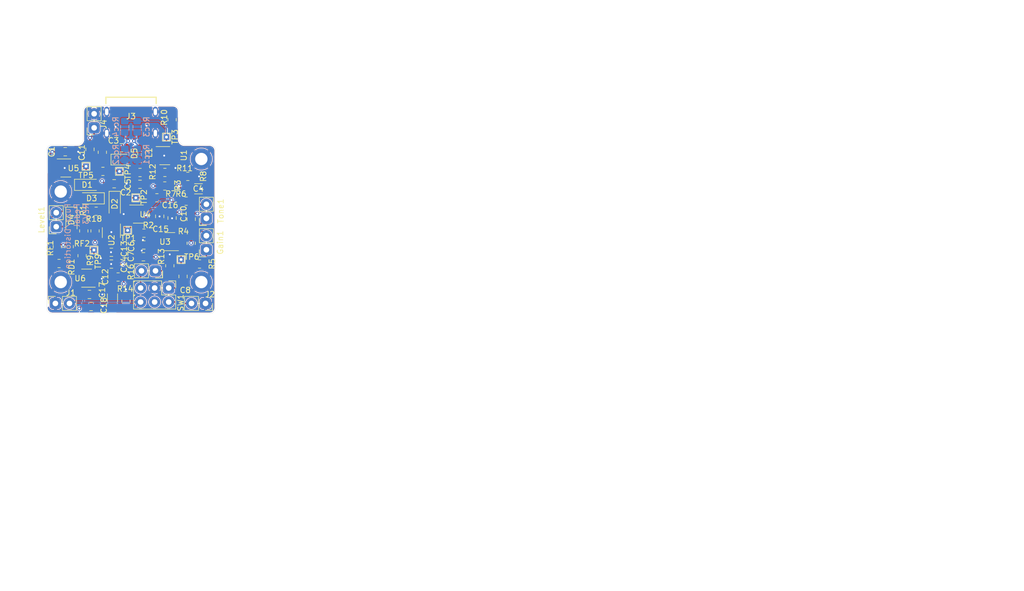
<source format=kicad_pcb>
(kicad_pcb (version 20211014) (generator pcbnew)
  (title_block (title "Distortion Pedal"))
  (layers (0 "F.Cu" signal "Front") (1 "In1.Cu" signal) (2 "In2.Cu" signal) (31 "B.Cu" signal "Back") (34 "B.Paste" user) (35 "F.Paste" user) (36 "B.SilkS" user "B.Silkscreen") (37 "F.SilkS" user "F.Silkscreen") (38 "B.Mask" user) (39 "F.Mask" user) (44 "Edge.Cuts" user))
  (net 0 "")
  (net 1 "GND")
  (net 2 "Net-(C8-Pad1)")
  (net 3 "+9V")
  (net 4 "+8V")
  (net 5 "Net-(C5-Pad1)")
  (net 6 "Net-(D1-Pad2)")
  (net 7 "effect_out")
  (net 8 "gain_out")
  (net 9 "audio_in")
  (net 10 "+5V")
  (net 11 "Net-(C5-Pad2)")
  (net 12 "effect_in")
  (net 13 "Net-(D5-Pad2)")
  (net 14 "Net-(C12-Pad2)")
  (net 15 "Net-(R6-Pad1)")
  (net 16 "Net-(J3-PadA5)")
  (net 17 "Net-(J3-PadB5)")
  (net 18 "Net-(D6-Pad1)")
  (net 19 "Net-(Gain1-Pad1)")
  (net 20 "Net-(Gain1-Pad2)")
  (net 21 "Net-(R6-Pad2)")
  (net 22 "Net-(R10-Pad2)")
  (net 24 "Net-(C10-Pad1)")
  (net 25 "Net-(D3-Pad2)")
  (net 26 "+4V")
  (net 27 "Net-(R4-Pad1)")
  (net 28 "Net-(JP2-Pad1)")
  (net 29 "Net-(Level1-Pad1)")
  (net 30 "Net-(D1-Pad1)")
  (net 31 "Net-(D2-Pad2)")
  (net 32 "Net-(JPF1-Pad1)")
  (net 33 "Net-(JPF1-Pad2)")
  (net 34 "Net-(J2-Pad2)")
  (net 35 "Net-(D6-Pad2)")
  (footprint "Resistor_SMD:R_0805_2012Metric_Pad1.20x1.40mm_HandSolder" (layer "F.Cu") (at 66.5 54.3 180)
    (fp_text reference "R3")
    (fp_text value "10k")
  )
  (footprint "Package_TO_SOT_SMD:SOT-23-5_HandSoldering" (layer "F.Cu") (at 67.4 64.2 180)
    (fp_text reference "U3")
    (fp_text value "TL081H")
  )
  (footprint "effect_pedal:barrel_jack_wired" (layer "F.Cu") (at 53.94 42.7 90)
    (fp_text reference "J4")
    (fp_text value "Barrel_Jack")
  )
  (footprint "Resistor_SMD:R_0805_2012Metric_Pad1.20x1.40mm_HandSolder" (layer "F.Cu") (at 54.1 62.3 -90)
    (fp_text reference "R18")
    (fp_text value "R")
  )
  (footprint "Diode_SMD:D_SOD-123" (layer "F.Cu") (at 52.7 54.1)
    (fp_text reference "D1")
    (fp_text value "1N4148")
  )
  (footprint "effect_pedal:led_wired_1_pin" (layer "F.Cu") (at 64.85 69.4 180)
    (fp_text reference "D6" hide)
    (fp_text value "LED")
  )
  (footprint "Capacitor_SMD:C_0805_2012Metric_Pad1.18x1.45mm_HandSolder" (layer "F.Cu") (at 53.4 75.7424)
    (fp_text reference "C18")
    (fp_text value "10uF")
  )
  (footprint "effect_pedal:potentiometer_wired_23_connected" (layer "F.Cu") (at 47.2 60.3 90)
    (fp_text reference "Level1")
    (fp_text value "R")
  )
  (footprint "effect_pedal:potentiometer_wired_23_connected" (layer "F.Cu") (at 73.9 64.4 90)
    (fp_text reference "Gain1")
    (fp_text value "10k")
  )
  (footprint "Resistor_SMD:R_0805_2012Metric_Pad1.20x1.40mm_HandSolder" (layer "F.Cu") (at 67.8 42.5 -90)
    (fp_text reference "R10")
    (fp_text value "100k")
  )
  (footprint "Package_TO_SOT_SMD:SOT-23-5_HandSoldering" (layer "F.Cu") (at 61.8 59.3)
    (fp_text reference "U4")
    (fp_text value "TL081H")
  )
  (footprint "Resistor_SMD:R_0805_2012Metric_Pad1.20x1.40mm_HandSolder" (layer "F.Cu") (at 47.4 65.1 90)
    (fp_text reference "RF1")
    (fp_text value "R")
  )
  (footprint "Diode_SMD:D_SOD-123" (layer "F.Cu") (at 57.6 57.5 -90)
    (fp_text reference "D2")
    (fp_text value "1N4148")
  )
  (footprint "Capacitor_SMD:C_0805_2012Metric_Pad1.18x1.45mm_HandSolder" (layer "F.Cu") (at 62.1 54 180)
    (fp_text reference "C5")
    (fp_text value "330pF")
  )
  (footprint "TestPoint:TestPoint_THTPad_1.0x1.0mm_Drill0.5mm" (layer "F.Cu") (at 66.8 45.6)
    (fp_text reference "TP3")
    (fp_text value "TestPoint")
  )
  (footprint "Resistor_SMD:R_0805_2012Metric_Pad1.20x1.40mm_HandSolder" (layer "F.Cu") (at 72.68 68.18)
    (fp_text reference "R5")
    (fp_text value "R")
  )
  (footprint "TestPoint:TestPoint_THTPad_1.0x1.0mm_Drill0.5mm" (layer "F.Cu") (at 61.35 56.4)
    (fp_text reference "TP2")
    (fp_text value "TestPoint")
  )
  (footprint "Capacitor_SMD:C_0805_2012Metric_Pad1.18x1.45mm_HandSolder" (layer "F.Cu") (at 71.2 60.2 90)
    (fp_text reference "C10")
    (fp_text value "10uF")
  )
  (footprint "MountingHole:MountingHole_2.2mm_M2_DIN965_Pad_TopBottom" (layer "F.Cu") (at 48 55.3)
    (fp_text reference "H1" hide)
    (fp_text value "MountingHole_Pad" hide)
  )
  (footprint "effect_pedal:GCT_USB4125-GF-A-0190_REVA2" (layer "F.Cu") (at 60.5 41.9 180)
    (fp_text reference "J3")
    (fp_text value "USB4125-GF-A-0190")
  )
  (footprint "TestPoint:TestPoint_THTPad_1.0x1.0mm_Drill0.5mm" (layer "F.Cu") (at 52.5 50.8)
    (fp_text reference "TP5")
    (fp_text value "TestPoint")
  )
  (footprint "Resistor_SMD:R_0805_2012Metric_Pad1.20x1.40mm_HandSolder" (layer "F.Cu") (at 52.1 62.3 90)
    (fp_text reference "JPF1" hide)
    (fp_text value "Jumper_2_Open")
  )
  (footprint "Package_TO_SOT_SMD:SOT-23-5_HandSoldering" (layer "F.Cu") (at 52.6 70.7 180)
    (fp_text reference "U6")
    (fp_text value "TL081H")
  )
  (footprint "Capacitor_SMD:C_0805_2012Metric_Pad1.18x1.45mm_HandSolder" (layer "F.Cu") (at 48.8 48.2)
    (fp_text reference "C1")
    (fp_text value "0.47uF")
  )
  (footprint "Resistor_SMD:R_0805_2012Metric_Pad1.20x1.40mm_HandSolder" (layer "F.Cu") (at 59.6 74.8 90)
    (fp_text reference "R14")
    (fp_text value "510k")
  )
  (footprint "Capacitor_SMD:C_0805_2012Metric_Pad1.18x1.45mm_HandSolder" (layer "F.Cu") (at 58.8 47.5 180)
    (fp_text reference "C3")
    (fp_text value "2.2uF")
  )
  (footprint "Resistor_SMD:R_0805_2012Metric_Pad1.20x1.40mm_HandSolder" (layer "F.Cu") (at 67.4 68.5 90)
    (fp_text reference "R13")
    (fp_text value "300")
  )
  (footprint "Resistor_SMD:R_0805_2012Metric_Pad1.20x1.40mm_HandSolder" (layer "F.Cu") (at 62.8 62.7 180)
    (fp_text reference "R2")
    (fp_text value "R")
  )
  (footprint "Capacitor_SMD:C_0805_2012Metric_Pad1.18x1.45mm_HandSolder" (layer "F.Cu") (at 57.5 53.9)
    (fp_text reference "C2")
    (fp_text value "0.47uF")
  )
  (footprint "effect_pedal:potentiometer_wired_12_connected" (layer "F.Cu") (at 73.9 58.8 90)
    (fp_text reference "Tone1")
    (fp_text value "R")
  )
  (footprint "Capacitor_SMD:C_0805_2012Metric_Pad1.18x1.45mm_HandSolder" (layer "F.Cu") (at 69.75 70.4 -90)
    (fp_text reference "C8")
    (fp_text value "C")
  )
  (footprint "Resistor_SMD:R_0805_2012Metric_Pad1.20x1.40mm_HandSolder" (layer "F.Cu") (at 70.3 57 180)
    (fp_text reference "R6")
    (fp_text value "R")
  )
  (footprint "MountingHole:MountingHole_2.2mm_M2_DIN965_Pad_TopBottom" (layer "F.Cu") (at 48 71.4)
    (fp_text reference "H3" hide)
    (fp_text value "MountingHole_Pad" hide)
  )
  (footprint "Resistor_SMD:R_0805_2012Metric_Pad1.20x1.40mm_HandSolder" (layer "F.Cu") (at 71.2 64.5 90)
    (fp_text reference "R4")
    (fp_text value "R")
  )
  (footprint "Resistor_SMD:R_0805_2012Metric_Pad1.20x1.40mm_HandSolder" (layer "F.Cu") (at 55.5 51.7)
    (fp_text reference "JP2" hide)
    (fp_text value "Jumper_2_Open")
  )
  (footprint "Resistor_SMD:R_0805_2012Metric_Pad1.20x1.40mm_HandSolder" (layer "F.Cu") (at 49.5 65.1 -90)
    (fp_text reference "RF2")
    (fp_text value "R")
  )
  (footprint "TestPoint:TestPoint_THTPad_1.0x1.0mm_Drill0.5mm" (layer "F.Cu") (at 58.44 51.7)
    (fp_text reference "TP4")
    (fp_text value "TestPoint")
  )
  (footprint "TestPoint:TestPoint_THTPad_1.0x1.0mm_Drill0.5mm" (layer "F.Cu") (at 69.4 67.4)
    (fp_text reference "TP6")
    (fp_text value "TestPoint")
  )
  (footprint "Resistor_SMD:R_0805_2012Metric_Pad1.20x1.40mm_HandSolder" (layer "F.Cu") (at 55.4 48.3 90)
    (fp_text reference "JP1" hide)
    (fp_text value "Jumper_2_Open")
  )
  (footprint "Resistor_SMD:R_0805_2012Metric_Pad1.20x1.40mm_HandSolder" (layer "F.Cu") (at 62.1 51.9 180)
    (fp_text reference "R12")
    (fp_text value "82k")
  )
  (footprint "Diode_SMD:D_0805_2012Metric_Pad1.15x1.40mm_HandSolder" (layer "F.Cu") (at 58.8 49.6)
    (fp_text reference "D5")
    (fp_text value "SD0805S020S1R0")
  )
  (footprint "Resistor_SMD:R_0805_2012Metric_Pad1.20x1.40mm_HandSolder" (layer "F.Cu") (at 70.6 52.6 180)
    (fp_text reference "R8")
    (fp_text value "10k")
  )
  (footprint "Capacitor_SMD:C_0805_2012Metric_Pad1.18x1.45mm_HandSolder" (layer "F.Cu") (at 62.76 64.8 180)
    (fp_text reference "C6")
    (fp_text value "100nF")
  )
  (footprint "TestPoint:TestPoint_THTPad_1.0x1.0mm_Drill0.5mm" (layer "F.Cu") (at 59.9 62.2)
    (fp_text reference "TP1")
    (fp_text value "TestPoint")
  )
  (footprint "Capacitor_SMD:C_0805_2012Metric_Pad1.18x1.45mm_HandSolder" (layer "F.Cu") (at 53.2 47.78 -90)
    (fp_text reference "C11")
    (fp_text value "4.7uF")
  )
  (footprint "Capacitor_SMD:C_0805_2012Metric_Pad1.18x1.45mm_HandSolder" (layer "F.Cu") (at 67.8 60 -90)
    (fp_text reference "C16")
    (fp_text value "10uF")
  )
  (footprint "Diode_SMD:D_SOD-123" (layer "F.Cu") (at 53.5 56.5 180)
    (fp_text reference "D3")
    (fp_text value "1N4148")
  )
  (footprint "Capacitor_SMD:C_0805_2012Metric_Pad1.18x1.45mm_HandSolder" (layer "F.Cu") (at 62.7 66.9 180)
    (fp_text reference "C7")
    (fp_text value "10uF")
  )
  (footprint "Resistor_SMD:R_0805_2012Metric_Pad1.20x1.40mm_HandSolder" (layer "F.Cu") (at 47.7 68.1 180)
    (fp_text reference "RD1")
    (fp_text value "R")
  )
  (footprint "Capacitor_SMD:C_1206_3216Metric_Pad1.33x1.80mm_HandSolder" (layer "F.Cu") (at 72.5 54.8)
    (fp_text reference "C4")
    (fp_text value "33uF")
  )
  (footprint "Package_TO_SOT_SMD:SOT-23-5_HandSoldering" (layer "F.Cu") (at 57 62.6 -90)
    (fp_text reference "U2")
    (fp_text value "TL081H")
  )
  (footprint "effect_pedal:audio_jack_wired" (layer "F.Cu") (at 72.5 75.2 180)
    (fp_text reference "J2")
    (fp_text value "AudioJack2_Ground")
  )
  (footprint "Resistor_SMD:R_0805_2012Metric_Pad1.20x1.40mm_HandSolder" (layer "F.Cu") (at 66.52 51.89)
    (fp_text reference "R11")
    (fp_text value "13k")
  )
  (footprint "Inductor_SMD:L_0805_2012Metric_Pad1.15x1.40mm_HandSolder" (layer "F.Cu") (at 62.4 48.5 -90)
    (fp_text reference "L1")
    (fp_text value "10uH")
  )
  (footprint "Capacitor_SMD:C_0805_2012Metric_Pad1.18x1.45mm_HandSolder" (layer "F.Cu") (at 57 66.1 180)
    (fp_text reference "C13")
    (fp_text value "100nF")
  )
  (footprint "Resistor_SMD:R_0805_2012Metric_Pad1.20x1.40mm_HandSolder" (layer "F.Cu") (at 51.8 66.71 90)
    (fp_text reference "R9")
    (fp_text value "R")
  )
  (footprint "TestPoint:TestPoint_THTPad_1.0x1.0mm_Drill0.5mm" (layer "F.Cu") (at 53.9 65.7)
    (fp_text reference "TP9")
    (fp_text value "TestPoint")
  )
  (footprint "Capacitor_SMD:C_0805_2012Metric_Pad1.18x1.45mm_HandSolder" (layer "F.Cu") (at 65.6 59.7 -90)
    (fp_text reference "C15")
    (fp_text value "100nF")
  )
  (footprint "Package_TO_SOT_SMD:SOT-23-5_HandSoldering" (layer "F.Cu") (at 48.9 51.1)
    (fp_text reference "U5")
    (fp_text value "TLV767")
  )
  (footprint "Capacitor_SMD:C_0805_2012Metric_Pad1.18x1.45mm_HandSolder" (layer "F.Cu") (at 53.1 73.6)
    (fp_text reference "C17")
    (fp_text value "100nF")
  )
  (footprint "MountingHole:MountingHole_2.2mm_M2_DIN965_Pad_TopBottom" (layer "F.Cu") (at 73 71.4)
    (fp_text reference "H4" hide)
    (fp_text value "MountingHole_Pad")
  )
  (footprint "effect_pedal:switch_wired" (layer "F.Cu") (at 64.7 73.7)
    (fp_text reference "SW1")
    (fp_text value "SW_DPDT_x2")
  )
  (footprint "Capacitor_SMD:C_1206_3216Metric_Pad1.33x1.80mm_HandSolder" (layer "F.Cu") (at 57.2 74.2 90)
    (fp_text reference "C12")
    (fp_text value "22uF")
  )
  (footprint "MountingHole:MountingHole_2.2mm_M2_DIN965_Pad_TopBottom" (layer "F.Cu") (at 73 49.5)
    (fp_text reference "H2" hide)
    (fp_text value "MountingHole_Pad" hide)
  )
  (footprint "effect_pedal:audio_jack_wired" (layer "F.Cu") (at 48.3 75.2)
    (fp_text reference "J1")
    (fp_text value "AudioJack2_Ground")
  )
  (footprint "Diode_SMD:D_SOD-123" (layer "F.Cu") (at 49.9 60.3 -90)
    (fp_text reference "D4")
    (fp_text value "1N4148")
  )
  (footprint "Resistor_SMD:R_0805_2012Metric_Pad1.20x1.40mm_HandSolder" (layer "F.Cu") (at 54.3 58.8)
    (fp_text reference "R1")
    (fp_text value "R")
  )
  (footprint "Package_TO_SOT_SMD:SOT-23-5_HandSoldering" (layer "F.Cu") (at 66.5 48.9)
    (fp_text reference "U1")
    (fp_text value "LMR62014XMF-NOPB")
  )
  (footprint "Resistor_SMD:R_0805_2012Metric_Pad1.20x1.40mm_HandSolder" (layer "F.Cu") (at 58.2 70.5)
    (fp_text reference "R16")
    (fp_text value "510k")
  )
  (footprint "Resistor_SMD:R_0805_2012Metric_Pad1.20x1.40mm_HandSolder" (layer "F.Cu") (at 65.1 56.4 180)
    (fp_text reference "R7")
    (fp_text value "R")
  )
  (footprint "Capacitor_SMD:C_0805_2012Metric_Pad1.18x1.45mm_HandSolder" (layer "F.Cu") (at 57 68.2 180)
    (fp_text reference "C14")
    (fp_text value "10uF")
  )
  (footprint "Resistor_SMD:R_0805_2012Metric_Pad1.20x1.40mm_HandSolder" (layer "B.Cu") (at 59.4 48.7 -90)
    (fp_text reference "Rcc2")
    (fp_text value "5.1k")
  )
  (footprint "Resistor_SMD:R_0805_2012Metric_Pad1.20x1.40mm_HandSolder" (layer "B.Cu") (at 61.58 43.76 -90)
    (fp_text reference "Rcc3")
    (fp_text value "5.1k")
  )
  (footprint "Resistor_SMD:R_0805_2012Metric_Pad1.20x1.40mm_HandSolder" (layer "B.Cu") (at 59.38 43.76 -90)
    (fp_text reference "Rcc4")
    (fp_text value "5.1k")
  )
  (footprint "Resistor_SMD:R_0805_2012Metric_Pad1.20x1.40mm_HandSolder" (layer "B.Cu") (at 61.6 48.7 -90)
    (fp_text reference "Rcc1")
    (fp_text value "5.1k")
  )
  (gr_line (start 69 41) (end 69 45.992893) (layer "Edge.Cuts") (width 0.0381))
  (gr_arc (start 46.5 77) (mid 45.792893 76.707107) (end 45.5 76) (layer "Edge.Cuts") (width 0.0381))
  (gr_line (start 74.492893 77) (end 46.5 77) (layer "Edge.Cuts") (width 0.0381))
  (gr_line (start 70 47) (end 74.5 47) (layer "Edge.Cuts") (width 0.0381))
  (gr_arc (start 70 47) (mid 69.292464 46.702518) (end 69 45.992893) (layer "Edge.Cuts") (width 0.0381))
  (gr_arc (start 68 40) (mid 68.707107 40.292893) (end 69 41) (layer "Edge.Cuts") (width 0.0381))
  (gr_arc (start 45.5 48) (mid 45.779941 47.279937) (end 46.5 47) (layer "Edge.Cuts") (width 0.0381))
  (gr_line (start 45.5 76) (end 45.5 48) (layer "Edge.Cuts") (width 0.0381))
  (gr_line (start 53 40) (end 68 40) (layer "Edge.Cuts") (width 0.0381))
  (gr_line (start 46.5 47) (end 51 47) (layer "Edge.Cuts") (width 0.0381))
  (gr_arc (start 74.5 47) (mid 75.207107 47.292893) (end 75.5 48) (layer "Edge.Cuts") (width 0.0381))
  (gr_line (start 75.5 76) (end 75.5 48) (layer "Edge.Cuts") (width 0.0381))
  (gr_arc (start 75.5 76) (mid 75.202525 76.707549) (end 74.492893 77) (layer "Edge.Cuts") (width 0.0381))
  (gr_arc (start 52 46) (mid 51.707107 46.707107) (end 51 47) (layer "Edge.Cuts") (width 0.0381))
  (gr_line (start 52 46) (end 52 41) (layer "Edge.Cuts") (width 0.0381))
  (gr_arc (start 52 41) (mid 52.292893 40.292893) (end 53 40) (layer "Edge.Cuts") (width 0.0381))
  (gr_text "Fuzz/Distortion \nPedal \nREV3" (at 50.87 57.33 -270) (layer "B.SilkS") (effects (font (size 1 1) (thickness 0.127)) (justify left mirror)))
  (via (at 62.61 63.91) (size 0.6858) (drill 0.3302) (layers "F.Cu" "B.Cu") (net 1))
  (via (at 73 54.8) (size 0.6858) (drill 0.3302) (layers "F.Cu" "B.Cu") (net 1))
  (via (at 56.94 66.09) (size 0.6858) (drill 0.3302) (layers "F.Cu" "B.Cu") (net 1))
  (via (at 59.7 53.9) (size 0.6858) (drill 0.3302) (layers "F.Cu" "B.Cu") (net 1))
  (via (at 67.38 66.48) (size 0.6858) (drill 0.3302) (layers "F.Cu" "B.Cu") (net 1))
  (via (at 55.4 73.6) (size 0.6858) (drill 0.3302) (layers "F.Cu" "B.Cu") (net 1))
  (via (at 68.4 51.1) (size 0.6858) (drill 0.3302) (layers "F.Cu" "B.Cu") (net 1))
  (via (at 52.05 48.8) (size 0.6858) (drill 0.3302) (layers "F.Cu" "B.Cu") (net 1))
  (via (at 72.6 52.6) (size 0.6858) (drill 0.3302) (layers "F.Cu" "B.Cu") (net 1))
  (via (at 59.19 59.3) (size 0.6858) (drill 0.3302) (layers "F.Cu" "B.Cu") (net 1))
  (via (at 55.13 67.16) (size 0.6858) (drill 0.3302) (layers "F.Cu" "B.Cu") (net 1))
  (via (at 66.4 48.9) (size 0.6858) (drill 0.3302) (layers "F.Cu" "B.Cu") (net 1))
  (via (at 51.1 48.2) (size 0.6858) (drill 0.3302) (layers "F.Cu" "B.Cu") (net 1))
  (via (at 57 62.51) (size 0.6858) (drill 0.3302) (layers "F.Cu" "B.Cu") (net 1))
  (via (at 62.4 65.8) (size 0.6858) (drill 0.3302) (layers "F.Cu" "B.Cu") (net 1))
  (via (at 56.97 68.19) (size 0.6858) (drill 0.3302) (layers "F.Cu" "B.Cu") (net 1))
  (via (at 63.28 43.59) (size 0.6858) (drill 0.3302) (layers "F.Cu" "B.Cu") (net 1))
  (via (at 59.6 72.7) (size 0.6858) (drill 0.3302) (layers "F.Cu" "B.Cu") (net 1))
  (via (at 67.8 60.05) (size 0.6858) (drill 0.3302) (layers "F.Cu" "B.Cu") (net 1))
  (via (at 65.57 59.72) (size 0.6858) (drill 0.3302) (layers "F.Cu" "B.Cu") (net 1))
  (via (at 48.7 51.1) (size 0.6858) (drill 0.3302) (layers "F.Cu" "B.Cu") (net 1))
  (via (at 55.3 70.8) (size 0.6858) (drill 0.3302) (layers "F.Cu" "B.Cu") (net 1))
  (via (at 55.5 75.7) (size 0.6858) (drill 0.3302) (layers "F.Cu" "B.Cu") (net 1))
  (via (at 57.75 43.75) (size 0.6858) (drill 0.3302) (layers "F.Cu" "B.Cu") (net 1))
  (segment (start 69.4 69) (end 69.4 68.65) (width 0.254) (layer "F.Cu") (net 2))
  (segment (start 69.4 69.0125) (end 69.75 69.3625) (width 0.254) (layer "F.Cu") (net 2))
  (segment (start 69.4 68.65) (end 69.85 68.2) (width 0.254) (layer "F.Cu") (net 2))
  (segment (start 69.75 69.35) (end 69.4 69) (width 0.254) (layer "F.Cu") (net 2))
  (segment (start 69.75 69.3625) (end 69.75 69.35) (width 0.254) (layer "F.Cu") (net 2))
  (segment (start 68.75 65.15) (end 68.75 65.7) (width 0.254) (layer "F.Cu") (net 2))
  (segment (start 69.4 67.4) (end 69.4 69.0125) (width 0.254) (layer "F.Cu") (net 2))
  (segment (start 68.75 65.7) (end 69.4 66.35) (width 0.254) (layer "F.Cu") (net 2))
  (segment (start 69.4 66.35) (end 69.4 67.4) (width 0.254) (layer "F.Cu") (net 2))
  (segment (start 69.85 68.2) (end 71.8 68.2) (width 0.254) (layer "F.Cu") (net 2))
  (segment (start 46.1 50.566) (end 46.1 48.63) (width 0.254) (layer "F.Cu") (net 3))
  (segment (start 46.516 50.15) (end 47.55 50.15) (width 0.254) (layer "F.Cu") (net 3))
  (segment (start 53.21 45.72) (end 53.2 45.73) (width 0.254) (layer "F.Cu") (net 3))
  (segment (start 46.1 48.63) (end 46.5 48.23) (width 0.254) (layer "F.Cu") (net 3))
  (segment (start 53.2 45.73) (end 53.2 46.7425) (width 0.254) (layer "F.Cu") (net 3))
  (segment (start 53.94 45.06) (end 53.94 43.95) (width 0.254) (layer "F.Cu") (net 3))
  (segment (start 53.2 46.7425) (end 54.0425 46.7425) (width 0.254) (layer "F.Cu") (net 3))
  (segment (start 46.5 48.23) (end 47.7325 48.23) (width 0.254) (layer "F.Cu") (net 3))
  (segment (start 53.28 45.72) (end 53.94 45.06) (width 0.254) (layer "F.Cu") (net 3))
  (segment (start 54.6 47.3) (end 55.4 47.3) (width 0.254) (layer "F.Cu") (net 3))
  (segment (start 47.55 52.05) (end 46.35 52.05) (width 0.254) (layer "F.Cu") (net 3))
  (segment (start 53.21 45.72) (end 53.28 45.72) (width 0.254) (layer "F.Cu") (net 3))
  (segment (start 54.0425 46.7425) (end 54.6 47.3) (width 0.254) (layer "F.Cu") (net 3))
  (segment (start 47.7325 48.23) (end 47.7625 48.2) (width 0.254) (layer "F.Cu") (net 3))
  (segment (start 46.1 50.566) (end 46.516 50.15) (width 0.254) (layer "F.Cu") (net 3))
  (segment (start 46.35 52.05) (end 46.1 51.8) (width 0.254) (layer "F.Cu") (net 3))
  (segment (start 46.1 51.8) (end 46.1 50.566) (width 0.254) (layer "F.Cu") (net 3))
  (via (at 53.21 45.72) (size 0.6858) (drill 0.3302) (layers "F.Cu" "B.Cu") (net 3))
  (via (at 46.5 48.23) (size 0.6858) (drill 0.3302) (layers "F.Cu" "B.Cu") (net 3))
  (segment (start 52.3625 75.7424) (end 51.6576 75.7424) (width 0.254) (layer "F.Cu") (net 4))
  (segment (start 56.5 51.7) (end 56.5 53.8625) (width 0.254) (layer "F.Cu") (net 4))
  (segment (start 51.25 71.65) (end 50.85 71.65) (width 0.254) (layer "F.Cu") (net 4))
  (segment (start 66.05 65.15) (end 64.0875 65.15) (width 0.254) (layer "F.Cu") (net 4))
  (segment (start 57.95 66.0125) (end 58.0375 66.1) (width 0.254) (layer "F.Cu") (net 4))
  (segment (start 63.7375 66.9) (end 64.9 66.9) (width 0.254) (layer "F.Cu") (net 4))
  (segment (start 51.6576 75.7424) (end 51.3 76.1) (width 0.254) (layer "F.Cu") (net 4))
  (segment (start 65.5 54.3) (end 64.45 54.3) (width 0.254) (layer "F.Cu") (net 4))
  (segment (start 69.0875 58.9625) (end 67.8 58.9625) (width 0.254) (layer "F.Cu") (net 4))
  (segment (start 58.0375 68.2) (end 59.05 68.2) (width 0.254) (layer "F.Cu") (net 4))
  (segment (start 52.0625 73.6) (end 52.0625 75.4424) (width 0.254) (layer "F.Cu") (net 4))
  (segment (start 63.7375 64.8) (end 63.7375 66.9) (width 0.254) (layer "F.Cu") (net 4))
  (segment (start 69.1 58.95) (end 69.0875 58.9625) (width 0.254) (layer "F.Cu") (net 4))
  (segment (start 52.0625 75.4424) (end 52.3625 75.7424) (width 0.254) (layer "F.Cu") (net 4))
  (segment (start 51.35 73.6) (end 52.0625 73.6) (width 0.254) (layer "F.Cu") (net 4))
  (segment (start 65.2875 58.35) (end 65.6 58.6625) (width 0.254) (layer "F.Cu") (net 4))
  (segment (start 55.85 53.9) (end 56.4625 53.9) (width 0.254) (layer "F.Cu") (net 4))
  (segment (start 50.65 71.85) (end 50.65 72.9) (width 0.254) (layer "F.Cu") (net 4))
  (segment (start 56.5 53.8625) (end 56.4625 53.9) (width 0.254) (layer "F.Cu") (net 4))
  (segment (start 50.65 72.9) (end 51.35 73.6) (width 0.254) (layer "F.Cu") (net 4))
  (segment (start 55.35 53.4) (end 55.85 53.9) (width 0.254) (layer "F.Cu") (net 4))
  (segment (start 50.85 71.65) (end 50.65 71.85) (width 0.254) (layer "F.Cu") (net 4))
  (segment (start 65.6 58.6625) (end 67.5 58.6625) (width 0.254) (layer "F.Cu") (net 4))
  (segment (start 63.15 58.35) (end 65.2875 58.35) (width 0.254) (layer "F.Cu") (net 4))
  (segment (start 64.0875 65.15) (end 63.7375 64.8) (width 0.254) (layer "F.Cu") (net 4))
  (segment (start 67.5 58.6625) (end 67.8 58.9625) (width 0.254) (layer "F.Cu") (net 4))
  (segment (start 57.95 63.95) (end 57.95 66.0125) (width 0.254) (layer "F.Cu") (net 4))
  (segment (start 58.0375 66.1) (end 58.0375 68.2) (width 0.254) (layer "F.Cu") (net 4))
  (via (at 51.3 76.1) (size 0.6858) (drill 0.3302) (layers "F.Cu" "B.Cu") (net 4))
  (via (at 69.1 58.95) (size 0.6858) (drill 0.3302) (layers "F.Cu" "B.Cu") (net 4))
  (via (at 64.9 66.9) (size 0.6858) (drill 0.3302) (layers "F.Cu" "B.Cu") (net 4))
  (via (at 64.45 54.3) (size 0.6858) (drill 0.3302) (layers "F.Cu" "B.Cu") (net 4))
  (via (at 55.35 53.4) (size 0.6858) (drill 0.3302) (layers "F.Cu" "B.Cu") (net 4))
  (via (at 59.05 68.2) (size 0.6858) (drill 0.3302) (layers "F.Cu" "B.Cu") (net 4))
  (segment (start 63.1 53.9625) (end 63.1375 54) (width 0.254) (layer "F.Cu") (net 5))
  (segment (start 65.4 51.9) (end 65.15 51.65) (width 0.254) (layer "F.Cu") (net 5))
  (segment (start 63.1 51.9) (end 63.1 53.9625) (width 0.254) (layer "F.Cu") (net 5))
  (segment (start 63.1 51.9) (end 65.4 51.9) (width 0.254) (layer "F.Cu") (net 5))
  (segment (start 65.15 51.65) (end 65.15 49.85) (width 0.254) (layer "F.Cu") (net 5))
  (segment (start 56.75 55.85) (end 57.6 55.85) (width 0.254) (layer "F.Cu") (net 6))
  (segment (start 54.35 54.1) (end 55 54.1) (width 0.254) (layer "F.Cu") (net 6))
  (segment (start 55 54.1) (end 56.75 55.85) (width 0.254) (layer "F.Cu") (net 6))
  (segment (start 60.45 58.35) (end 61.25 58.35) (width 0.254) (layer "F.Cu") (net 7))
  (segment (start 60.73 56.4) (end 60.45 56.68) (width 0.254) (layer "F.Cu") (net 7))
  (segment (start 61.8 58.9) (end 61.8 62.7) (width 0.254) (layer "F.Cu") (net 7))
  (segment (start 60.45 56.68) (end 60.45 58.35) (width 0.254) (layer "F.Cu") (net 7))
  (segment (start 61.7 56.4) (end 64.1 56.4) (width 0.254) (layer "F.Cu") (net 7))
  (segment (start 61.7 56.4) (end 60.73 56.4) (width 0.254) (layer "F.Cu") (net 7))
  (segment (start 61.25 58.35) (end 61.8 58.9) (width 0.254) (layer "F.Cu") (net 7))
  (segment (start 69.75 72.1) (end 69.75 71.4375) (width 0.254) (layer "F.Cu") (net 8))
  (segment (start 69.4 72.45) (end 69.75 72.1) (width 0.254) (layer "F.Cu") (net 8))
  (segment (start 67.2 72.45) (end 69.4 72.45) (width 0.254) (layer "F.Cu") (net 8))
  (segment (start 61.35 75.8) (end 62.2 74.95) (width 0.254) (layer "F.Cu") (net 9))
  (segment (start 57.2 75.7625) (end 59.5625 75.7625) (width 0.254) (layer "F.Cu") (net 9))
  (segment (start 59.5625 75.7625) (end 59.6 75.8) (width 0.254) (layer "F.Cu") (net 9))
  (segment (start 59.6 75.8) (end 61.35 75.8) (width 0.254) (layer "F.Cu") (net 9))
  (segment (start 49.55 75.2) (end 49.8 74.95) (width 0.254) (layer "B.Cu") (net 9))
  (segment (start 49.8 74.95) (end 62.2 74.95) (width 0.254) (layer "B.Cu") (net 9))
  (segment (start 62.4 47.475) (end 62.375 47.475) (width 0.254) (layer "F.Cu") (net 10))
  (segment (start 62.4 47.475) (end 59.8625 47.475) (width 0.254) (layer "F.Cu") (net 10))
  (segment (start 66.8 46.35) (end 66.1 47.05) (width 0.254) (layer "F.Cu") (net 10))
  (segment (start 66.8 46.35) (end 67.85 47.4) (width 0.254) (layer "F.Cu") (net 10))
  (segment (start 59.2 47.5) (end 59.8375 47.5) (width 0.254) (layer "F.Cu") (net 10))
  (segment (start 62.375 47.475) (end 62.02 47.12) (width 0.254) (layer "F.Cu") (net 10))
  (segment (start 67.8 41.5) (end 67.05 41.5) (width 0.127) (layer "F.Cu") (net 10))
  (segment (start 67.85 47.4) (end 67.85 47.95) (width 0.254) (layer "F.Cu") (net 10))
  (segment (start 58.98 47.28) (end 59.2 47.5) (width 0.254) (layer "F.Cu") (net 10))
  (segment (start 59.8625 47.475) (end 59.8375 47.5) (width 0.254) (layer "F.Cu") (net 10))
  (segment (start 66.1 47.05) (end 62.825 47.05) (width 0.254) (layer "F.Cu") (net 10))
  (segment (start 67.05 41.5) (end 66.8 41.75) (width 0.127) (layer "F.Cu") (net 10))
  (segment (start 62.825 47.05) (end 62.4 47.475) (width 0.254) (layer "F.Cu") (net 10))
  (segment (start 66.8 41.75) (end 66.8 45.6) (width 0.127) (layer "F.Cu") (net 10))
  (segment (start 66.8 45.6) (end 66.8 46.35) (width 0.254) (layer "F.Cu") (net 10))
  (segment (start 62.02 47.12) (end 62.02 44.98) (width 0.254) (layer "F.Cu") (net 10))
  (segment (start 58.98 44.98) (end 58.98 47.28) (width 0.254) (layer "F.Cu") (net 10))
  (segment (start 66.8 44.16) (end 65.4 42.76) (width 0.254) (layer "B.Cu") (net 10))
  (segment (start 61.58 42.76) (end 59.38 42.76) (width 0.254) (layer "B.Cu") (net 10))
  (segment (start 65.4 42.76) (end 61.58 42.76) (width 0.254) (layer "B.Cu") (net 10))
  (segment (start 66.8 44.16) (end 66.8 45.6) (width 0.254) (layer "B.Cu") (net 10))
  (segment (start 57.475 49.3) (end 57.775 49.6) (width 0.254) (layer "F.Cu") (net 11))
  (segment (start 57.775 49.6) (end 57.7 49.675) (width 0.254) (layer "F.Cu") (net 11))
  (segment (start 61.1 53.9625) (end 61.0625 54) (width 0.254) (layer "F.Cu") (net 11))
  (segment (start 55.4 49.3) (end 57.475 49.3) (width 0.254) (layer "F.Cu") (net 11))
  (segment (start 57.7 49.675) (end 57.7 51.4) (width 0.254) (layer "F.Cu") (net 11))
  (segment (start 58.6 51.7) (end 60.9 51.7) (width 0.254) (layer "F.Cu") (net 11))
  (segment (start 61.1 51.9) (end 61.1 53.9625) (width 0.254) (layer "F.Cu") (net 11))
  (segment (start 60.9 51.7) (end 61.1 51.9) (width 0.254) (layer "F.Cu") (net 11))
  (segment (start 58 51.7) (end 58.6 51.7) (width 0.254) (layer "F.Cu") (net 11))
  (segment (start 57.7 51.4) (end 58 51.7) (width 0.254) (layer "F.Cu") (net 11))
  (segment (start 53.9 68) (end 52.15 69.75) (width 0.254) (layer "F.Cu") (net 12))
  (segment (start 53.05 71.65) (end 53.95 71.65) (width 0.254) (layer "F.Cu") (net 12))
  (segment (start 52.15 69.75) (end 52.65 70.25) (width 0.254) (layer "F.Cu") (net 12))
  (segment (start 52.65 71.25) (end 53.05 71.65) (width 0.254) (layer "F.Cu") (net 12))
  (segment (start 53.9 65.7) (end 53.9 68) (width 0.254) (layer "F.Cu") (net 12))
  (segment (start 52.65 70.25) (end 52.65 71.25) (width 0.254) (layer "F.Cu") (net 12))
  (segment (start 51.8 65.6) (end 53.8 65.6) (width 0.254) (layer "F.Cu") (net 12))
  (segment (start 53.8 65.6) (end 53.9 65.7) (width 0.254) (layer "F.Cu") (net 12))
  (segment (start 52.15 69.75) (end 51.25 69.75) (width 0.254) (layer "F.Cu") (net 12))
  (segment (start 64.25 47.95) (end 65.15 47.95) (width 0.254) (layer "F.Cu") (net 13))
  (segment (start 62.4 49.525) (end 59.9 49.525) (width 0.254) (layer "F.Cu") (net 13))
  (segment (start 63.75 49) (end 63.75 48.45) (width 0.254) (layer "F.Cu") (net 13))
  (segment (start 63.225 49.525) (end 63.75 49) (width 0.254) (layer "F.Cu") (net 13))
  (segment (start 59.9 49.525) (end 59.825 49.6) (width 0.254) (layer "F.Cu") (net 13))
  (segment (start 63.75 48.45) (end 64.25 47.95) (width 0.254) (layer "F.Cu") (net 13))
  (segment (start 62.4 49.525) (end 63.225 49.525) (width 0.254) (layer "F.Cu") (net 13))
  (segment (start 56.1 70.5) (end 57.2 70.5) (width 0.254) (layer "F.Cu") (net 14))
  (segment (start 53.95 69.75) (end 55.35 69.75) (width 0.254) (layer "F.Cu") (net 14))
  (segment (start 57.2 70.5) (end 57.2 72.6375) (width 0.254) (layer "F.Cu") (net 14))
  (segment (start 55.35 69.75) (end 56.1 70.5) (width 0.254) (layer "F.Cu") (net 14))
  (segment (start 71.3 57) (end 71.55 57.25) (width 0.254) (layer "F.Cu") (net 15))
  (segment (start 71.55 57.25) (end 71.55 57.55) (width 0.254) (layer "F.Cu") (net 15))
  (segment (start 71.55 57.55) (end 73.9 57.55) (width 0.254) (layer "F.Cu") (net 15))
  (segment (start 61 44.98) (end 61 46.3) (width 0.254) (layer "F.Cu") (net 16))
  (via (at 61 46.3) (size 0.6858) (drill 0.3302) (layers "F.Cu" "B.Cu") (net 16))
  (segment (start 61.6 46.9) (end 61.6 47.7) (width 0.254) (layer "B.Cu") (net 16))
  (segment (start 61.6 45.7) (end 61.6 44.3) (width 0.254) (layer "B.Cu") (net 16))
  (segment (start 61 46.3) (end 61.6 45.7) (width 0.254) (layer "B.Cu") (net 16))
  (segment (start 61 46.3) (end 61.6 46.9) (width 0.254) (layer "B.Cu") (net 16))
  (segment (start 60 44.98) (end 60 46.29) (width 0.254) (layer "F.Cu") (net 17))
  (via (at 60 46.29) (size 0.6858) (drill 0.3302) (layers "F.Cu" "B.Cu") (net 17))
  (segment (start 59.4 46.89) (end 59.4 47.7) (width 0.254) (layer "B.Cu") (net 17))
  (segment (start 60 46.29) (end 59.4 46.89) (width 0.254) (layer "B.Cu") (net 17))
  (segment (start 60 46.29) (end 59.4 45.69) (width 0.254) (layer "B.Cu") (net 17))
  (segment (start 59.4 45.69) (end 59.4 44.3) (width 0.254) (layer "B.Cu") (net 17))
  (segment (start 67.3 69.4) (end 67.4 69.5) (width 0.254) (layer "F.Cu") (net 18))
  (segment (start 64.85 69.4) (end 67.3 69.4) (width 0.254) (layer "F.Cu") (net 18))
  (segment (start 73.9 68.1) (end 73.9 65.65) (width 0.254) (layer "F.Cu") (net 19))
  (segment (start 73.8 68.2) (end 73.9 68.1) (width 0.254) (layer "F.Cu") (net 19))
  (segment (start 66.05 63.25) (end 66.05 62.85) (width 0.254) (layer "F.Cu") (net 20))
  (segment (start 73.05 62.3) (end 73.9 63.15) (width 0.254) (layer "F.Cu") (net 20))
  (segment (start 66.6 62.3) (end 73.05 62.3) (width 0.254) (layer "F.Cu") (net 20))
  (segment (start 66.05 62.85) (end 66.6 62.3) (width 0.254) (layer "F.Cu") (net 20))
  (segment (start 63.8 63.2) (end 63.85 63.25) (width 0.254) (layer "F.Cu") (net 20))
  (segment (start 63.85 63.25) (end 66.05 63.25) (width 0.254) (layer "F.Cu") (net 20))
  (segment (start 63.8 62.7) (end 63.8 63.2) (width 0.254) (layer "F.Cu") (net 20))
  (segment (start 67.7 56.8) (end 67.3 56.4) (width 0.254) (layer "F.Cu") (net 21))
  (segment (start 68.1 57.2) (end 67.7 56.8) (width 0.254) (layer "F.Cu") (net 21))
  (segment (start 69.3 57) (end 69.1 57.2) (width 0.254) (layer "F.Cu") (net 21))
  (segment (start 67.3 56.4) (end 66.1 56.4) (width 0.254) (layer "F.Cu") (net 21))
  (segment (start 69.1 57.2) (end 68.1 57.2) (width 0.254) (layer "F.Cu") (net 21))
  (segment (start 63.15 59.53) (end 63.15 60.25) (width 0.254) (layer "F.Cu") (net 21))
  (via (at 67.7 56.8) (size 0.6858) (drill 0.3302) (layers "F.Cu" "B.Cu") (net 21))
  (via (at 63.15 59.53) (size 0.6858) (drill 0.3302) (layers "F.Cu" "B.Cu") (net 21))
  (segment (start 63.15 59.53) (end 63.15 59.5) (width 0.254) (layer "B.Cu") (net 21))
  (segment (start 63.15 59.5) (end 65.85 56.8) (width 0.254) (layer "B.Cu") (net 21))
  (segment (start 65.85 56.8) (end 67.7 56.8) (width 0.254) (layer "B.Cu") (net 21))
  (segment (start 69 47.7) (end 67.8 46.5) (width 0.127) (layer "F.Cu") (net 22))
  (segment (start 68.65 49.85) (end 69 49.5) (width 0.127) (layer "F.Cu") (net 22))
  (segment (start 67.8 46.5) (end 67.8 43.5) (width 0.127) (layer "F.Cu") (net 22))
  (segment (start 69 49.5) (end 69 47.7) (width 0.127) (layer "F.Cu") (net 22))
  (segment (start 67.85 49.85) (end 68.65 49.85) (width 0.127) (layer "F.Cu") (net 22))
  (segment (start 71.2 61.2375) (end 72.7125 61.2375) (width 0.254) (layer "F.Cu") (net 24))
  (segment (start 72.7125 61.2375) (end 73.9 60.05) (width 0.254) (layer "F.Cu") (net 24))
  (segment (start 49.9 58.65) (end 49.9 57.688816) (width 0.254) (layer "F.Cu") (net 25))
  (segment (start 49.9 57.688816) (end 51.088816 56.5) (width 0.254) (layer "F.Cu") (net 25))
  (segment (start 51.088816 56.5) (end 51.85 56.5) (width 0.254) (layer "F.Cu") (net 25))
  (segment (start 48.1 64.8) (end 47.4 64.1) (width 0.254) (layer "F.Cu") (net 26))
  (segment (start 69.5 54.8) (end 70.9375 54.8) (width 0.254) (layer "F.Cu") (net 26))
  (segment (start 71.2 63.5) (end 71.2 64.4306) (width 0.254) (layer "F.Cu") (net 26))
  (segment (start 48.45 64.8) (end 48.8 64.8) (width 0.254) (layer "F.Cu") (net 26))
  (segment (start 48.8 64.8) (end 49.5 64.1) (width 0.254) (layer "F.Cu") (net 26))
  (segment (start 69 54.3) (end 69.5 54.8) (width 0.254) (layer "F.Cu") (net 26))
  (segment (start 67.5 54.3) (end 69 54.3) (width 0.254) (layer "F.Cu") (net 26))
  (segment (start 71.2 59.1625) (end 72.2625 59.1625) (width 0.254) (layer "F.Cu") (net 26))
  (segment (start 54.1 63.3) (end 54.1 64.35) (width 0.254) (layer "F.Cu") (net 26))
  (segment (start 69 54.3) (end 69.6 53.7) (width 0.254) (layer "F.Cu") (net 26))
  (segment (start 59.2 70.5) (end 59.2 71.7) (width 0.254) (layer "F.Cu") (net 26))
  (segment (start 72.2625 59.1625) (end 72.3 59.2) (width 0.254) (layer "F.Cu") (net 26))
  (segment (start 69.6 53.7) (end 69.6 52.6) (width 0.254) (layer "F.Cu") (net 26))
  (segment (start 48.45 64.8) (end 48.1 64.8) (width 0.254) (layer "F.Cu") (net 26))
  (via (at 59.2 71.7) (size 0.6858) (drill 0.3302) (layers "F.Cu" "B.Cu") (net 26))
  (via (at 71.2 64.4306) (size 0.6858) (drill 0.3302) (layers "F.Cu" "B.Cu") (net 26))
  (via (at 69 54.3) (size 0.6858) (drill 0.3302) (layers "F.Cu" "B.Cu") (net 26))
  (via (at 54.1 64.35) (size 0.6858) (drill 0.3302) (layers "F.Cu" "B.Cu") (net 26))
  (via (at 48.45 64.8) (size 0.6858) (drill 0.3302) (layers "F.Cu" "B.Cu") (net 26))
  (via (at 72.3 59.2) (size 0.6858) (drill 0.3302) (layers "F.Cu" "B.Cu") (net 26))
  (segment (start 71.2 65.5) (end 70.45 65.5) (width 0.254) (layer "F.Cu") (net 27))
  (segment (start 70 65.05) (end 70 63.65) (width 0.254) (layer "F.Cu") (net 27))
  (segment (start 69.6 63.25) (end 68.75 63.25) (width 0.254) (layer "F.Cu") (net 27))
  (segment (start 70 63.65) (end 69.6 63.25) (width 0.254) (layer "F.Cu") (net 27))
  (segment (start 70.45 65.5) (end 70 65.05) (width 0.254) (layer "F.Cu") (net 27))
  (segment (start 52.5 51.4) (end 52.5 50.8) (width 0.254) (layer "F.Cu") (net 28))
  (segment (start 54.5 51.7) (end 52.8 51.7) (width 0.254) (layer "F.Cu") (net 28))
  (segment (start 51.15 50.15) (end 51.8 50.8) (width 0.254) (layer "F.Cu") (net 28))
  (segment (start 50.25 50.15) (end 51.15 50.15) (width 0.254) (layer "F.Cu") (net 28))
  (segment (start 51.8 50.8) (end 52.5 50.8) (width 0.254) (layer "F.Cu") (net 28))
  (segment (start 52.8 51.7) (end 52.5 51.4) (width 0.254) (layer "F.Cu") (net 28))
  (segment (start 50.45 59.4) (end 51.95 59.4) (width 0.254) (layer "F.Cu") (net 29))
  (segment (start 52.55 58.8) (end 53.3 58.8) (width 0.254) (layer "F.Cu") (net 29))
  (segment (start 47.2 61.55) (end 48.3 61.55) (width 0.254) (layer "F.Cu") (net 29))
  (segment (start 48.3 61.55) (end 50.45 59.4) (width 0.254) (layer "F.Cu") (net 29))
  (segment (start 51.95 59.4) (end 52.55 58.8) (width 0.254) (layer "F.Cu") (net 29))
  (segment (start 56.05 62.95) (end 56.05 63.95) (width 0.254) (layer "F.Cu") (net 30))
  (segment (start 50.2 62.25) (end 55.35 62.25) (width 0.254) (layer "F.Cu") (net 30))
  (segment (start 48 59.05) (end 47.2 59.05) (width 0.254) (layer "F.Cu") (net 30))
  (segment (start 46.25 63.45) (end 45.9 63.1) (width 0.254) (layer "F.Cu") (net 30))
  (segment (start 45.9 60.35) (end 47.2 59.05) (width 0.254) (layer "F.Cu") (net 30))
  (segment (start 49.25 63.1) (end 49.9 62.45) (width 0.254) (layer "F.Cu") (net 30))
  (segment (start 49.9 61.95) (end 50.2 62.25) (width 0.254) (layer "F.Cu") (net 30))
  (segment (start 51.05 54.1) (end 51.05 56) (width 0.254) (layer "F.Cu") (net 30))
  (segment (start 49.9 62.45) (end 49.9 61.95) (width 0.254) (layer "F.Cu") (net 30))
  (segment (start 55.35 62.25) (end 56.05 62.95) (width 0.254) (layer "F.Cu") (net 30))
  (segment (start 46.7 68.1) (end 46.25 67.65) (width 0.254) (layer "F.Cu") (net 30))
  (segment (start 46.25 67.65) (end 46.25 63.45) (width 0.254) (layer "F.Cu") (net 30))
  (segment (start 46.7 68.1) (end 47.4 67.4) (width 0.254) (layer "F.Cu") (net 30))
  (segment (start 46.6 63.1) (end 49.25 63.1) (width 0.254) (layer "F.Cu") (net 30))
  (segment (start 45.9 63.1) (end 45.9 60.35) (width 0.254) (layer "F.Cu") (net 30))
  (segment (start 47.2 59.05) (end 47.8 59.05) (width 0.254) (layer "F.Cu") (net 30))
  (segment (start 51.05 56) (end 48 59.05) (width 0.254) (layer "F.Cu") (net 30))
  (segment (start 46.25 63.45) (end 46.6 63.1) (width 0.254) (layer "F.Cu") (net 30))
  (segment (start 47.4 67.4) (end 47.4 66.1) (width 0.254) (layer "F.Cu") (net 30))
  (segment (start 55.15 58.65) (end 55.3 58.8) (width 0.254) (layer "F.Cu") (net 31))
  (segment (start 57.9 59.45) (end 57.95 59.45) (width 0.254) (layer "F.Cu") (net 31))
  (segment (start 55.3 58.95) (end 55.5 59.15) (width 0.254) (layer "F.Cu") (net 31))
  (segment (start 55.5 59.15) (end 57.6 59.15) (width 0.254) (layer "F.Cu") (net 31))
  (segment (start 55.15 56.5) (end 55.15 58.65) (width 0.254) (layer "F.Cu") (net 31))
  (segment (start 59.9 62.2) (end 60.45 61.65) (width 0.254) (layer "F.Cu") (net 31))
  (segment (start 55.3 58.8) (end 55.3 58.95) (width 0.254) (layer "F.Cu") (net 31))
  (segment (start 58.95 61.25) (end 59.9 62.2) (width 0.254) (layer "F.Cu") (net 31))
  (segment (start 60.45 61.65) (end 60.45 60.25) (width 0.254) (layer "F.Cu") (net 31))
  (segment (start 57.6 59.15) (end 57.9 59.45) (width 0.254) (layer "F.Cu") (net 31))
  (segment (start 57.95 59.45) (end 57.95 61.25) (width 0.254) (layer "F.Cu") (net 31))
  (segment (start 57.95 61.25) (end 58.95 61.25) (width 0.254) (layer "F.Cu") (net 31))
  (segment (start 51.15 63.3) (end 52.1 63.3) (width 0.254) (layer "F.Cu") (net 32))
  (segment (start 50.3 66.1) (end 50.65 65.75) (width 0.254) (layer "F.Cu") (net 32))
  (segment (start 51 67.6) (end 51.8 67.6) (width 0.254) (layer "F.Cu") (net 32))
  (segment (start 50.65 66.45) (end 50.65 67.25) (width 0.254) (layer "F.Cu") (net 32))
  (segment (start 50.5 68.1) (end 48.7 68.1) (width 0.254) (layer "F.Cu") (net 32))
  (segment (start 50.65 67.25) (end 51 67.6) (width 0.254) (layer "F.Cu") (net 32))
  (segment (start 51 67.6) (end 50.5 68.1) (width 0.254) (layer "F.Cu") (net 32))
  (segment (start 50.65 65.75) (end 50.65 63.8) (width 0.254) (layer "F.Cu") (net 32))
  (segment (start 50.3 66.1) (end 50.65 66.45) (width 0.254) (layer "F.Cu") (net 32))
  (segment (start 50.65 63.8) (end 51.15 63.3) (width 0.254) (layer "F.Cu") (net 32))
  (segment (start 49.5 66.1) (end 50.3 66.1) (width 0.254) (layer "F.Cu") (net 32))
  (segment (start 52.1 61.3) (end 54.1 61.3) (width 0.254) (layer "F.Cu") (net 33))
  (segment (start 54.1 61.3) (end 56 61.3) (width 0.254) (layer "F.Cu") (net 33))
  (segment (start 56 61.3) (end 56.05 61.25) (width 0.254) (layer "F.Cu") (net 33))
  (segment (start 69.45 75.2) (end 69.2 74.95) (width 0.254) (layer "F.Cu") (net 34))
  (segment (start 71.25 75.2) (end 69.45 75.2) (width 0.254) (layer "F.Cu") (net 34))
  (segment (start 69.2 74.95) (end 67.2 74.95) (width 0.254) (layer "F.Cu") (net 34))
  (segment (start 62.2 69.55) (end 62.35 69.4) (width 0.254) (layer "F.Cu") (net 35))
  (segment (start 62.2 72.45) (end 62.2 69.55) (width 0.254) (layer "F.Cu") (net 35))
  (zone (net 1) (net_name "GND") (layer "F.Cu") (connect_pads (clearance 0.13)) (min_thickness 0.254) (fill yes (thermal_gap 0.13) (thermal_bridge_width 0.508) (island_removal_mode 2) (island_area_min 1))
    (polygon (pts (xy 38.5 88.77) (xy 77.9 88.77) (xy 77.9 33) (xy 38.5 33)))
  )
  (zone (net 1) (net_name "GND") (layer "B.Cu") (connect_pads (clearance 0.13)) (min_thickness 0.254) (fill yes (thermal_gap 0.13) (thermal_bridge_width 0.508))
    (polygon (pts (xy 39.63 88.05) (xy 79.03 88.05) (xy 79.03 32.28) (xy 39.63 32.28)))
  )
)
</source>
